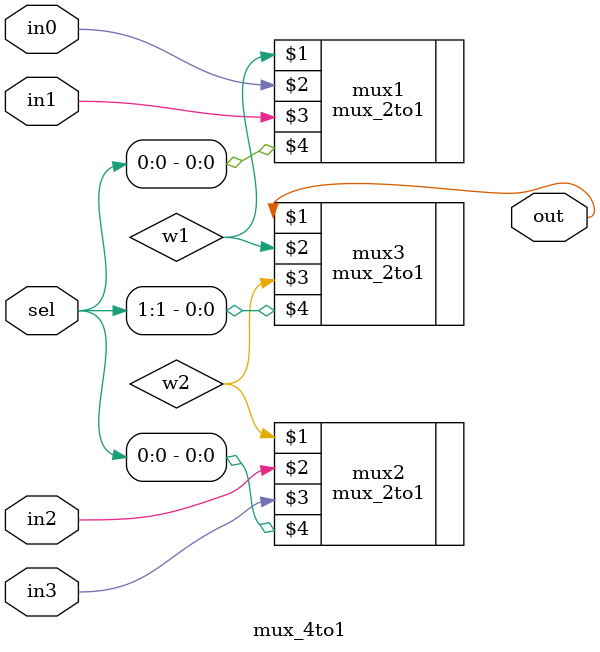
<source format=v>
module mux_4to1(
    out,
	 in0,
	 in1,
	 in2,
	 in3,
	 sel);
output out;
input in0, in1, in2, in3;
input [1:0] sel;

wire w1,w2;

mux_2to1 mux1(w1,in0,in1,sel[0]);
mux_2to1 mux2(w2,in2,in3,sel[0]);
mux_2to1 mux3(out,w1,w2,sel[1]);

endmodule

</source>
